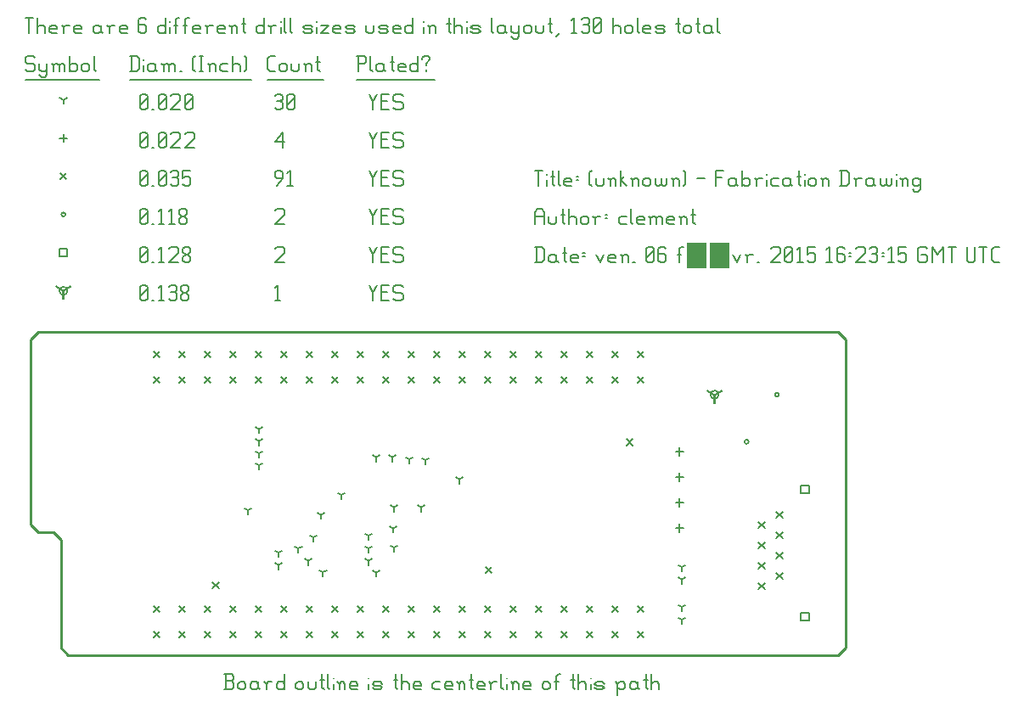
<source format=gbr>
G04 start of page 12 for group -3984 idx -3984 *
G04 Title: (unknown), fab *
G04 Creator: pcb 20140316 *
G04 CreationDate: ven. 06 févr. 2015 16:23:15 GMT UTC *
G04 For: clement *
G04 Format: Gerber/RS-274X *
G04 PCB-Dimensions (mil): 3287.40 1358.27 *
G04 PCB-Coordinate-Origin: lower left *
%MOIN*%
%FSLAX25Y25*%
%LNFAB*%
%ADD146C,0.0100*%
%ADD145C,0.0075*%
%ADD144C,0.0060*%
%ADD143C,0.0001*%
%ADD142R,0.0080X0.0080*%
G54D142*X270669Y106299D02*Y103099D01*
G54D143*G36*
X270123Y106446D02*X273589Y108446D01*
X273989Y107753D01*
X270523Y105753D01*
X270123Y106446D01*
G37*
G36*
X270816Y105753D02*X267350Y107753D01*
X267749Y108446D01*
X271216Y106446D01*
X270816Y105753D01*
G37*
G54D142*X269069Y106299D02*G75*G03X272269Y106299I1600J0D01*G01*
G75*G03X269069Y106299I-1600J0D01*G01*
X15000Y147077D02*Y143877D01*
G54D143*G36*
X14454Y147223D02*X17920Y149223D01*
X18320Y148530D01*
X14853Y146530D01*
X14454Y147223D01*
G37*
G36*
X15147Y146530D02*X11680Y148530D01*
X12080Y149223D01*
X15546Y147223D01*
X15147Y146530D01*
G37*
G54D142*X13400Y147077D02*G75*G03X16600Y147077I1600J0D01*G01*
G75*G03X13400Y147077I-1600J0D01*G01*
G54D144*X135000Y149327D02*X136500Y146327D01*
X138000Y149327D01*
X136500Y146327D02*Y143327D01*
X139800Y146627D02*X142050D01*
X139800Y143327D02*X142800D01*
X139800Y149327D02*Y143327D01*
Y149327D02*X142800D01*
X147600D02*X148350Y148577D01*
X145350Y149327D02*X147600D01*
X144600Y148577D02*X145350Y149327D01*
X144600Y148577D02*Y147077D01*
X145350Y146327D01*
X147600D01*
X148350Y145577D01*
Y144077D01*
X147600Y143327D02*X148350Y144077D01*
X145350Y143327D02*X147600D01*
X144600Y144077D02*X145350Y143327D01*
X98000Y148127D02*X99200Y149327D01*
Y143327D01*
X98000D02*X100250D01*
X45000Y144077D02*X45750Y143327D01*
X45000Y148577D02*Y144077D01*
Y148577D02*X45750Y149327D01*
X47250D01*
X48000Y148577D01*
Y144077D01*
X47250Y143327D02*X48000Y144077D01*
X45750Y143327D02*X47250D01*
X45000Y144827D02*X48000Y147827D01*
X49800Y143327D02*X50550D01*
X52350Y148127D02*X53550Y149327D01*
Y143327D01*
X52350D02*X54600D01*
X56400Y148577D02*X57150Y149327D01*
X58650D01*
X59400Y148577D01*
X58650Y143327D02*X59400Y144077D01*
X57150Y143327D02*X58650D01*
X56400Y144077D02*X57150Y143327D01*
Y146627D02*X58650D01*
X59400Y148577D02*Y147377D01*
Y145877D02*Y144077D01*
Y145877D02*X58650Y146627D01*
X59400Y147377D02*X58650Y146627D01*
X61200Y144077D02*X61950Y143327D01*
X61200Y145277D02*Y144077D01*
Y145277D02*X62250Y146327D01*
X63150D01*
X64200Y145277D01*
Y144077D01*
X63450Y143327D02*X64200Y144077D01*
X61950Y143327D02*X63450D01*
X61200Y147377D02*X62250Y146327D01*
X61200Y148577D02*Y147377D01*
Y148577D02*X61950Y149327D01*
X63450D01*
X64200Y148577D01*
Y147377D01*
X63150Y146327D02*X64200Y147377D01*
X304502Y20694D02*X307702D01*
X304502D02*Y17494D01*
X307702D01*
Y20694D02*Y17494D01*
X304502Y70694D02*X307702D01*
X304502D02*Y67494D01*
X307702D01*
Y70694D02*Y67494D01*
X13400Y163677D02*X16600D01*
X13400D02*Y160477D01*
X16600D01*
Y163677D02*Y160477D01*
X135000Y164327D02*X136500Y161327D01*
X138000Y164327D01*
X136500Y161327D02*Y158327D01*
X139800Y161627D02*X142050D01*
X139800Y158327D02*X142800D01*
X139800Y164327D02*Y158327D01*
Y164327D02*X142800D01*
X147600D02*X148350Y163577D01*
X145350Y164327D02*X147600D01*
X144600Y163577D02*X145350Y164327D01*
X144600Y163577D02*Y162077D01*
X145350Y161327D01*
X147600D01*
X148350Y160577D01*
Y159077D01*
X147600Y158327D02*X148350Y159077D01*
X145350Y158327D02*X147600D01*
X144600Y159077D02*X145350Y158327D01*
X98000Y163577D02*X98750Y164327D01*
X101000D01*
X101750Y163577D01*
Y162077D01*
X98000Y158327D02*X101750Y162077D01*
X98000Y158327D02*X101750D01*
X45000Y159077D02*X45750Y158327D01*
X45000Y163577D02*Y159077D01*
Y163577D02*X45750Y164327D01*
X47250D01*
X48000Y163577D01*
Y159077D01*
X47250Y158327D02*X48000Y159077D01*
X45750Y158327D02*X47250D01*
X45000Y159827D02*X48000Y162827D01*
X49800Y158327D02*X50550D01*
X52350Y163127D02*X53550Y164327D01*
Y158327D01*
X52350D02*X54600D01*
X56400Y163577D02*X57150Y164327D01*
X59400D01*
X60150Y163577D01*
Y162077D01*
X56400Y158327D02*X60150Y162077D01*
X56400Y158327D02*X60150D01*
X61950Y159077D02*X62700Y158327D01*
X61950Y160277D02*Y159077D01*
Y160277D02*X63000Y161327D01*
X63900D01*
X64950Y160277D01*
Y159077D01*
X64200Y158327D02*X64950Y159077D01*
X62700Y158327D02*X64200D01*
X61950Y162377D02*X63000Y161327D01*
X61950Y163577D02*Y162377D01*
Y163577D02*X62700Y164327D01*
X64200D01*
X64950Y163577D01*
Y162377D01*
X63900Y161327D02*X64950Y162377D01*
X282468Y87795D02*G75*G03X284068Y87795I800J0D01*G01*
G75*G03X282468Y87795I-800J0D01*G01*
X294279Y106299D02*G75*G03X295879Y106299I800J0D01*G01*
G75*G03X294279Y106299I-800J0D01*G01*
X14200Y177077D02*G75*G03X15800Y177077I800J0D01*G01*
G75*G03X14200Y177077I-800J0D01*G01*
X135000Y179327D02*X136500Y176327D01*
X138000Y179327D01*
X136500Y176327D02*Y173327D01*
X139800Y176627D02*X142050D01*
X139800Y173327D02*X142800D01*
X139800Y179327D02*Y173327D01*
Y179327D02*X142800D01*
X147600D02*X148350Y178577D01*
X145350Y179327D02*X147600D01*
X144600Y178577D02*X145350Y179327D01*
X144600Y178577D02*Y177077D01*
X145350Y176327D01*
X147600D01*
X148350Y175577D01*
Y174077D01*
X147600Y173327D02*X148350Y174077D01*
X145350Y173327D02*X147600D01*
X144600Y174077D02*X145350Y173327D01*
X98000Y178577D02*X98750Y179327D01*
X101000D01*
X101750Y178577D01*
Y177077D01*
X98000Y173327D02*X101750Y177077D01*
X98000Y173327D02*X101750D01*
X45000Y174077D02*X45750Y173327D01*
X45000Y178577D02*Y174077D01*
Y178577D02*X45750Y179327D01*
X47250D01*
X48000Y178577D01*
Y174077D01*
X47250Y173327D02*X48000Y174077D01*
X45750Y173327D02*X47250D01*
X45000Y174827D02*X48000Y177827D01*
X49800Y173327D02*X50550D01*
X52350Y178127D02*X53550Y179327D01*
Y173327D01*
X52350D02*X54600D01*
X56400Y178127D02*X57600Y179327D01*
Y173327D01*
X56400D02*X58650D01*
X60450Y174077D02*X61200Y173327D01*
X60450Y175277D02*Y174077D01*
Y175277D02*X61500Y176327D01*
X62400D01*
X63450Y175277D01*
Y174077D01*
X62700Y173327D02*X63450Y174077D01*
X61200Y173327D02*X62700D01*
X60450Y177377D02*X61500Y176327D01*
X60450Y178577D02*Y177377D01*
Y178577D02*X61200Y179327D01*
X62700D01*
X63450Y178577D01*
Y177377D01*
X62400Y176327D02*X63450Y177377D01*
X73603Y32696D02*X76003Y30296D01*
X73603D02*X76003Y32696D01*
X180887Y38602D02*X183287Y36202D01*
X180887D02*X183287Y38602D01*
X236005Y88798D02*X238405Y86398D01*
X236005D02*X238405Y88798D01*
X294902Y60294D02*X297302Y57894D01*
X294902D02*X297302Y60294D01*
X287894Y56279D02*X290294Y53879D01*
X287894D02*X290294Y56279D01*
X294902Y52263D02*X297302Y49863D01*
X294902D02*X297302Y52263D01*
X287894Y48247D02*X290294Y45847D01*
X287894D02*X290294Y48247D01*
X294902Y44231D02*X297302Y41831D01*
X294902D02*X297302Y44231D01*
X287894Y40216D02*X290294Y37816D01*
X287894D02*X290294Y40216D01*
X294902Y36200D02*X297302Y33800D01*
X294902D02*X297302Y36200D01*
X287894Y32184D02*X290294Y29784D01*
X287894D02*X290294Y32184D01*
X240375Y113405D02*X242775Y111005D01*
X240375D02*X242775Y113405D01*
X230375D02*X232775Y111005D01*
X230375D02*X232775Y113405D01*
X220375D02*X222775Y111005D01*
X220375D02*X222775Y113405D01*
X210375D02*X212775Y111005D01*
X210375D02*X212775Y113405D01*
X200375D02*X202775Y111005D01*
X200375D02*X202775Y113405D01*
X190375D02*X192775Y111005D01*
X190375D02*X192775Y113405D01*
X180375D02*X182775Y111005D01*
X180375D02*X182775Y113405D01*
X170375D02*X172775Y111005D01*
X170375D02*X172775Y113405D01*
X160375D02*X162775Y111005D01*
X160375D02*X162775Y113405D01*
X150375D02*X152775Y111005D01*
X150375D02*X152775Y113405D01*
X140375D02*X142775Y111005D01*
X140375D02*X142775Y113405D01*
X130375D02*X132775Y111005D01*
X130375D02*X132775Y113405D01*
X120375D02*X122775Y111005D01*
X120375D02*X122775Y113405D01*
X110375D02*X112775Y111005D01*
X110375D02*X112775Y113405D01*
X100375D02*X102775Y111005D01*
X100375D02*X102775Y113405D01*
X90375D02*X92775Y111005D01*
X90375D02*X92775Y113405D01*
X80375D02*X82775Y111005D01*
X80375D02*X82775Y113405D01*
X70375D02*X72775Y111005D01*
X70375D02*X72775Y113405D01*
X60375D02*X62775Y111005D01*
X60375D02*X62775Y113405D01*
X50375D02*X52775Y111005D01*
X50375D02*X52775Y113405D01*
X50375Y23405D02*X52775Y21005D01*
X50375D02*X52775Y23405D01*
X60375D02*X62775Y21005D01*
X60375D02*X62775Y23405D01*
X70375D02*X72775Y21005D01*
X70375D02*X72775Y23405D01*
X80375D02*X82775Y21005D01*
X80375D02*X82775Y23405D01*
X90375D02*X92775Y21005D01*
X90375D02*X92775Y23405D01*
X100375D02*X102775Y21005D01*
X100375D02*X102775Y23405D01*
X110375D02*X112775Y21005D01*
X110375D02*X112775Y23405D01*
X120375D02*X122775Y21005D01*
X120375D02*X122775Y23405D01*
X130375D02*X132775Y21005D01*
X130375D02*X132775Y23405D01*
X140375D02*X142775Y21005D01*
X140375D02*X142775Y23405D01*
X150375D02*X152775Y21005D01*
X150375D02*X152775Y23405D01*
X160375D02*X162775Y21005D01*
X160375D02*X162775Y23405D01*
X170375D02*X172775Y21005D01*
X170375D02*X172775Y23405D01*
X180375D02*X182775Y21005D01*
X180375D02*X182775Y23405D01*
X190375D02*X192775Y21005D01*
X190375D02*X192775Y23405D01*
X200375D02*X202775Y21005D01*
X200375D02*X202775Y23405D01*
X210375D02*X212775Y21005D01*
X210375D02*X212775Y23405D01*
X220375D02*X222775Y21005D01*
X220375D02*X222775Y23405D01*
X230375D02*X232775Y21005D01*
X230375D02*X232775Y23405D01*
X240375D02*X242775Y21005D01*
X240375D02*X242775Y23405D01*
X240375Y123405D02*X242775Y121005D01*
X240375D02*X242775Y123405D01*
X230375D02*X232775Y121005D01*
X230375D02*X232775Y123405D01*
X220375D02*X222775Y121005D01*
X220375D02*X222775Y123405D01*
X210375D02*X212775Y121005D01*
X210375D02*X212775Y123405D01*
X200375D02*X202775Y121005D01*
X200375D02*X202775Y123405D01*
X190375D02*X192775Y121005D01*
X190375D02*X192775Y123405D01*
X180375D02*X182775Y121005D01*
X180375D02*X182775Y123405D01*
X170375D02*X172775Y121005D01*
X170375D02*X172775Y123405D01*
X160375D02*X162775Y121005D01*
X160375D02*X162775Y123405D01*
X150375D02*X152775Y121005D01*
X150375D02*X152775Y123405D01*
X140375D02*X142775Y121005D01*
X140375D02*X142775Y123405D01*
X130375D02*X132775Y121005D01*
X130375D02*X132775Y123405D01*
X120375D02*X122775Y121005D01*
X120375D02*X122775Y123405D01*
X110375D02*X112775Y121005D01*
X110375D02*X112775Y123405D01*
X100375D02*X102775Y121005D01*
X100375D02*X102775Y123405D01*
X90375D02*X92775Y121005D01*
X90375D02*X92775Y123405D01*
X80375D02*X82775Y121005D01*
X80375D02*X82775Y123405D01*
X70375D02*X72775Y121005D01*
X70375D02*X72775Y123405D01*
X60375D02*X62775Y121005D01*
X60375D02*X62775Y123405D01*
X50375D02*X52775Y121005D01*
X50375D02*X52775Y123405D01*
X50375Y13405D02*X52775Y11005D01*
X50375D02*X52775Y13405D01*
X60375D02*X62775Y11005D01*
X60375D02*X62775Y13405D01*
X70375D02*X72775Y11005D01*
X70375D02*X72775Y13405D01*
X80375D02*X82775Y11005D01*
X80375D02*X82775Y13405D01*
X90375D02*X92775Y11005D01*
X90375D02*X92775Y13405D01*
X100375D02*X102775Y11005D01*
X100375D02*X102775Y13405D01*
X110375D02*X112775Y11005D01*
X110375D02*X112775Y13405D01*
X120375D02*X122775Y11005D01*
X120375D02*X122775Y13405D01*
X130375D02*X132775Y11005D01*
X130375D02*X132775Y13405D01*
X140375D02*X142775Y11005D01*
X140375D02*X142775Y13405D01*
X150375D02*X152775Y11005D01*
X150375D02*X152775Y13405D01*
X160375D02*X162775Y11005D01*
X160375D02*X162775Y13405D01*
X170375D02*X172775Y11005D01*
X170375D02*X172775Y13405D01*
X180375D02*X182775Y11005D01*
X180375D02*X182775Y13405D01*
X190375D02*X192775Y11005D01*
X190375D02*X192775Y13405D01*
X200375D02*X202775Y11005D01*
X200375D02*X202775Y13405D01*
X210375D02*X212775Y11005D01*
X210375D02*X212775Y13405D01*
X220375D02*X222775Y11005D01*
X220375D02*X222775Y13405D01*
X230375D02*X232775Y11005D01*
X230375D02*X232775Y13405D01*
X240375D02*X242775Y11005D01*
X240375D02*X242775Y13405D01*
X13800Y193277D02*X16200Y190877D01*
X13800D02*X16200Y193277D01*
X135000Y194327D02*X136500Y191327D01*
X138000Y194327D01*
X136500Y191327D02*Y188327D01*
X139800Y191627D02*X142050D01*
X139800Y188327D02*X142800D01*
X139800Y194327D02*Y188327D01*
Y194327D02*X142800D01*
X147600D02*X148350Y193577D01*
X145350Y194327D02*X147600D01*
X144600Y193577D02*X145350Y194327D01*
X144600Y193577D02*Y192077D01*
X145350Y191327D01*
X147600D01*
X148350Y190577D01*
Y189077D01*
X147600Y188327D02*X148350Y189077D01*
X145350Y188327D02*X147600D01*
X144600Y189077D02*X145350Y188327D01*
X98750D02*X101000Y191327D01*
Y193577D02*Y191327D01*
X100250Y194327D02*X101000Y193577D01*
X98750Y194327D02*X100250D01*
X98000Y193577D02*X98750Y194327D01*
X98000Y193577D02*Y192077D01*
X98750Y191327D01*
X101000D01*
X102800Y193127D02*X104000Y194327D01*
Y188327D01*
X102800D02*X105050D01*
X45000Y189077D02*X45750Y188327D01*
X45000Y193577D02*Y189077D01*
Y193577D02*X45750Y194327D01*
X47250D01*
X48000Y193577D01*
Y189077D01*
X47250Y188327D02*X48000Y189077D01*
X45750Y188327D02*X47250D01*
X45000Y189827D02*X48000Y192827D01*
X49800Y188327D02*X50550D01*
X52350Y189077D02*X53100Y188327D01*
X52350Y193577D02*Y189077D01*
Y193577D02*X53100Y194327D01*
X54600D01*
X55350Y193577D01*
Y189077D01*
X54600Y188327D02*X55350Y189077D01*
X53100Y188327D02*X54600D01*
X52350Y189827D02*X55350Y192827D01*
X57150Y193577D02*X57900Y194327D01*
X59400D01*
X60150Y193577D01*
X59400Y188327D02*X60150Y189077D01*
X57900Y188327D02*X59400D01*
X57150Y189077D02*X57900Y188327D01*
Y191627D02*X59400D01*
X60150Y193577D02*Y192377D01*
Y190877D02*Y189077D01*
Y190877D02*X59400Y191627D01*
X60150Y192377D02*X59400Y191627D01*
X61950Y194327D02*X64950D01*
X61950D02*Y191327D01*
X62700Y192077D01*
X64200D01*
X64950Y191327D01*
Y189077D01*
X64200Y188327D02*X64950Y189077D01*
X62700Y188327D02*X64200D01*
X61950Y189077D02*X62700Y188327D01*
X256890Y55498D02*Y52298D01*
X255290Y53898D02*X258490D01*
X256890Y65498D02*Y62298D01*
X255290Y63898D02*X258490D01*
X256890Y75498D02*Y72298D01*
X255290Y73898D02*X258490D01*
X256890Y85498D02*Y82298D01*
X255290Y83898D02*X258490D01*
X15000Y208677D02*Y205477D01*
X13400Y207077D02*X16600D01*
X135000Y209327D02*X136500Y206327D01*
X138000Y209327D01*
X136500Y206327D02*Y203327D01*
X139800Y206627D02*X142050D01*
X139800Y203327D02*X142800D01*
X139800Y209327D02*Y203327D01*
Y209327D02*X142800D01*
X147600D02*X148350Y208577D01*
X145350Y209327D02*X147600D01*
X144600Y208577D02*X145350Y209327D01*
X144600Y208577D02*Y207077D01*
X145350Y206327D01*
X147600D01*
X148350Y205577D01*
Y204077D01*
X147600Y203327D02*X148350Y204077D01*
X145350Y203327D02*X147600D01*
X144600Y204077D02*X145350Y203327D01*
X98000Y205577D02*X101000Y209327D01*
X98000Y205577D02*X101750D01*
X101000Y209327D02*Y203327D01*
X45000Y204077D02*X45750Y203327D01*
X45000Y208577D02*Y204077D01*
Y208577D02*X45750Y209327D01*
X47250D01*
X48000Y208577D01*
Y204077D01*
X47250Y203327D02*X48000Y204077D01*
X45750Y203327D02*X47250D01*
X45000Y204827D02*X48000Y207827D01*
X49800Y203327D02*X50550D01*
X52350Y204077D02*X53100Y203327D01*
X52350Y208577D02*Y204077D01*
Y208577D02*X53100Y209327D01*
X54600D01*
X55350Y208577D01*
Y204077D01*
X54600Y203327D02*X55350Y204077D01*
X53100Y203327D02*X54600D01*
X52350Y204827D02*X55350Y207827D01*
X57150Y208577D02*X57900Y209327D01*
X60150D01*
X60900Y208577D01*
Y207077D01*
X57150Y203327D02*X60900Y207077D01*
X57150Y203327D02*X60900D01*
X62700Y208577D02*X63450Y209327D01*
X65700D01*
X66450Y208577D01*
Y207077D01*
X62700Y203327D02*X66450Y207077D01*
X62700Y203327D02*X66450D01*
X144488Y53740D02*Y52140D01*
Y53740D02*X145875Y54540D01*
X144488Y53740D02*X143102Y54540D01*
X137795Y36417D02*Y34817D01*
Y36417D02*X139182Y37217D01*
X137795Y36417D02*X136409Y37217D01*
X87402Y60827D02*Y59227D01*
Y60827D02*X88788Y61627D01*
X87402Y60827D02*X86015Y61627D01*
X91732Y78543D02*Y76943D01*
Y78543D02*X93119Y79343D01*
X91732Y78543D02*X90346Y79343D01*
X91732Y83268D02*Y81668D01*
Y83268D02*X93119Y84068D01*
X91732Y83268D02*X90346Y84068D01*
X137795Y81693D02*Y80093D01*
Y81693D02*X139182Y82493D01*
X137795Y81693D02*X136409Y82493D01*
X157087Y80512D02*Y78912D01*
Y80512D02*X158473Y81312D01*
X157087Y80512D02*X155700Y81312D01*
X144094Y81693D02*Y80093D01*
Y81693D02*X145481Y82493D01*
X144094Y81693D02*X142708Y82493D01*
X91732Y92717D02*Y91117D01*
Y92717D02*X93119Y93517D01*
X91732Y92717D02*X90346Y93517D01*
X91732Y87992D02*Y86392D01*
Y87992D02*X93119Y88792D01*
X91732Y87992D02*X90346Y88792D01*
X150787Y80906D02*Y79306D01*
Y80906D02*X152174Y81706D01*
X150787Y80906D02*X149401Y81706D01*
X257874Y38583D02*Y36983D01*
Y38583D02*X259261Y39383D01*
X257874Y38583D02*X256487Y39383D01*
X257874Y33661D02*Y32061D01*
Y33661D02*X259261Y34461D01*
X257874Y33661D02*X256487Y34461D01*
X257874Y22835D02*Y21235D01*
Y22835D02*X259261Y23635D01*
X257874Y22835D02*X256487Y23635D01*
X257874Y17913D02*Y16313D01*
Y17913D02*X259261Y18713D01*
X257874Y17913D02*X256487Y18713D01*
X124016Y66929D02*Y65329D01*
Y66929D02*X125402Y67729D01*
X124016Y66929D02*X122629Y67729D01*
X99409Y44291D02*Y42691D01*
Y44291D02*X100796Y45091D01*
X99409Y44291D02*X98023Y45091D01*
X99409Y39370D02*Y37770D01*
Y39370D02*X100796Y40170D01*
X99409Y39370D02*X98023Y40170D01*
X144685Y62008D02*Y60408D01*
Y62008D02*X146072Y62808D01*
X144685Y62008D02*X143298Y62808D01*
X170472Y73031D02*Y71431D01*
Y73031D02*X171859Y73831D01*
X170472Y73031D02*X169086Y73831D01*
X155512Y62008D02*Y60408D01*
Y62008D02*X156898Y62808D01*
X155512Y62008D02*X154125Y62808D01*
X144685Y46260D02*Y44660D01*
Y46260D02*X146072Y47060D01*
X144685Y46260D02*X143298Y47060D01*
X134843Y50886D02*Y49286D01*
Y50886D02*X136229Y51686D01*
X134843Y50886D02*X133456Y51686D01*
X134843Y45965D02*Y44365D01*
Y45965D02*X136229Y46765D01*
X134843Y45965D02*X133456Y46765D01*
X134843Y41043D02*Y39443D01*
Y41043D02*X136229Y41843D01*
X134843Y41043D02*X133456Y41843D01*
X111220Y41043D02*Y39443D01*
Y41043D02*X112607Y41843D01*
X111220Y41043D02*X109834Y41843D01*
X107283Y45965D02*Y44365D01*
Y45965D02*X108670Y46765D01*
X107283Y45965D02*X105897Y46765D01*
X116142Y59055D02*Y57455D01*
Y59055D02*X117528Y59855D01*
X116142Y59055D02*X114755Y59855D01*
X113189Y50197D02*Y48597D01*
Y50197D02*X114576Y50997D01*
X113189Y50197D02*X111802Y50997D01*
X116929Y36614D02*Y35014D01*
Y36614D02*X118316Y37414D01*
X116929Y36614D02*X115542Y37414D01*
X15000Y222077D02*Y220477D01*
Y222077D02*X16387Y222877D01*
X15000Y222077D02*X13613Y222877D01*
X135000Y224327D02*X136500Y221327D01*
X138000Y224327D01*
X136500Y221327D02*Y218327D01*
X139800Y221627D02*X142050D01*
X139800Y218327D02*X142800D01*
X139800Y224327D02*Y218327D01*
Y224327D02*X142800D01*
X147600D02*X148350Y223577D01*
X145350Y224327D02*X147600D01*
X144600Y223577D02*X145350Y224327D01*
X144600Y223577D02*Y222077D01*
X145350Y221327D01*
X147600D01*
X148350Y220577D01*
Y219077D01*
X147600Y218327D02*X148350Y219077D01*
X145350Y218327D02*X147600D01*
X144600Y219077D02*X145350Y218327D01*
X98000Y223577D02*X98750Y224327D01*
X100250D01*
X101000Y223577D01*
X100250Y218327D02*X101000Y219077D01*
X98750Y218327D02*X100250D01*
X98000Y219077D02*X98750Y218327D01*
Y221627D02*X100250D01*
X101000Y223577D02*Y222377D01*
Y220877D02*Y219077D01*
Y220877D02*X100250Y221627D01*
X101000Y222377D02*X100250Y221627D01*
X102800Y219077D02*X103550Y218327D01*
X102800Y223577D02*Y219077D01*
Y223577D02*X103550Y224327D01*
X105050D01*
X105800Y223577D01*
Y219077D01*
X105050Y218327D02*X105800Y219077D01*
X103550Y218327D02*X105050D01*
X102800Y219827D02*X105800Y222827D01*
X45000Y219077D02*X45750Y218327D01*
X45000Y223577D02*Y219077D01*
Y223577D02*X45750Y224327D01*
X47250D01*
X48000Y223577D01*
Y219077D01*
X47250Y218327D02*X48000Y219077D01*
X45750Y218327D02*X47250D01*
X45000Y219827D02*X48000Y222827D01*
X49800Y218327D02*X50550D01*
X52350Y219077D02*X53100Y218327D01*
X52350Y223577D02*Y219077D01*
Y223577D02*X53100Y224327D01*
X54600D01*
X55350Y223577D01*
Y219077D01*
X54600Y218327D02*X55350Y219077D01*
X53100Y218327D02*X54600D01*
X52350Y219827D02*X55350Y222827D01*
X57150Y223577D02*X57900Y224327D01*
X60150D01*
X60900Y223577D01*
Y222077D01*
X57150Y218327D02*X60900Y222077D01*
X57150Y218327D02*X60900D01*
X62700Y219077D02*X63450Y218327D01*
X62700Y223577D02*Y219077D01*
Y223577D02*X63450Y224327D01*
X64950D01*
X65700Y223577D01*
Y219077D01*
X64950Y218327D02*X65700Y219077D01*
X63450Y218327D02*X64950D01*
X62700Y219827D02*X65700Y222827D01*
X3000Y239327D02*X3750Y238577D01*
X750Y239327D02*X3000D01*
X0Y238577D02*X750Y239327D01*
X0Y238577D02*Y237077D01*
X750Y236327D01*
X3000D01*
X3750Y235577D01*
Y234077D01*
X3000Y233327D02*X3750Y234077D01*
X750Y233327D02*X3000D01*
X0Y234077D02*X750Y233327D01*
X5550Y236327D02*Y234077D01*
X6300Y233327D01*
X8550Y236327D02*Y231827D01*
X7800Y231077D02*X8550Y231827D01*
X6300Y231077D02*X7800D01*
X5550Y231827D02*X6300Y231077D01*
Y233327D02*X7800D01*
X8550Y234077D01*
X11100Y235577D02*Y233327D01*
Y235577D02*X11850Y236327D01*
X12600D01*
X13350Y235577D01*
Y233327D01*
Y235577D02*X14100Y236327D01*
X14850D01*
X15600Y235577D01*
Y233327D01*
X10350Y236327D02*X11100Y235577D01*
X17400Y239327D02*Y233327D01*
Y234077D02*X18150Y233327D01*
X19650D01*
X20400Y234077D01*
Y235577D02*Y234077D01*
X19650Y236327D02*X20400Y235577D01*
X18150Y236327D02*X19650D01*
X17400Y235577D02*X18150Y236327D01*
X22200Y235577D02*Y234077D01*
Y235577D02*X22950Y236327D01*
X24450D01*
X25200Y235577D01*
Y234077D01*
X24450Y233327D02*X25200Y234077D01*
X22950Y233327D02*X24450D01*
X22200Y234077D02*X22950Y233327D01*
X27000Y239327D02*Y234077D01*
X27750Y233327D01*
X0Y230077D02*X29250D01*
X41750Y239327D02*Y233327D01*
X43700Y239327D02*X44750Y238277D01*
Y234377D01*
X43700Y233327D02*X44750Y234377D01*
X41000Y233327D02*X43700D01*
X41000Y239327D02*X43700D01*
G54D145*X46550Y237827D02*Y237677D01*
G54D144*Y235577D02*Y233327D01*
X50300Y236327D02*X51050Y235577D01*
X48800Y236327D02*X50300D01*
X48050Y235577D02*X48800Y236327D01*
X48050Y235577D02*Y234077D01*
X48800Y233327D01*
X51050Y236327D02*Y234077D01*
X51800Y233327D01*
X48800D02*X50300D01*
X51050Y234077D01*
X54350Y235577D02*Y233327D01*
Y235577D02*X55100Y236327D01*
X55850D01*
X56600Y235577D01*
Y233327D01*
Y235577D02*X57350Y236327D01*
X58100D01*
X58850Y235577D01*
Y233327D01*
X53600Y236327D02*X54350Y235577D01*
X60650Y233327D02*X61400D01*
X65900Y234077D02*X66650Y233327D01*
X65900Y238577D02*X66650Y239327D01*
X65900Y238577D02*Y234077D01*
X68450Y239327D02*X69950D01*
X69200D02*Y233327D01*
X68450D02*X69950D01*
X72500Y235577D02*Y233327D01*
Y235577D02*X73250Y236327D01*
X74000D01*
X74750Y235577D01*
Y233327D01*
X71750Y236327D02*X72500Y235577D01*
X77300Y236327D02*X79550D01*
X76550Y235577D02*X77300Y236327D01*
X76550Y235577D02*Y234077D01*
X77300Y233327D01*
X79550D01*
X81350Y239327D02*Y233327D01*
Y235577D02*X82100Y236327D01*
X83600D01*
X84350Y235577D01*
Y233327D01*
X86150Y239327D02*X86900Y238577D01*
Y234077D01*
X86150Y233327D02*X86900Y234077D01*
X41000Y230077D02*X88700D01*
X96050Y233327D02*X98000D01*
X95000Y234377D02*X96050Y233327D01*
X95000Y238277D02*Y234377D01*
Y238277D02*X96050Y239327D01*
X98000D01*
X99800Y235577D02*Y234077D01*
Y235577D02*X100550Y236327D01*
X102050D01*
X102800Y235577D01*
Y234077D01*
X102050Y233327D02*X102800Y234077D01*
X100550Y233327D02*X102050D01*
X99800Y234077D02*X100550Y233327D01*
X104600Y236327D02*Y234077D01*
X105350Y233327D01*
X106850D01*
X107600Y234077D01*
Y236327D02*Y234077D01*
X110150Y235577D02*Y233327D01*
Y235577D02*X110900Y236327D01*
X111650D01*
X112400Y235577D01*
Y233327D01*
X109400Y236327D02*X110150Y235577D01*
X114950Y239327D02*Y234077D01*
X115700Y233327D01*
X114200Y237077D02*X115700D01*
X95000Y230077D02*X117200D01*
X130750Y239327D02*Y233327D01*
X130000Y239327D02*X133000D01*
X133750Y238577D01*
Y237077D01*
X133000Y236327D02*X133750Y237077D01*
X130750Y236327D02*X133000D01*
X135550Y239327D02*Y234077D01*
X136300Y233327D01*
X140050Y236327D02*X140800Y235577D01*
X138550Y236327D02*X140050D01*
X137800Y235577D02*X138550Y236327D01*
X137800Y235577D02*Y234077D01*
X138550Y233327D01*
X140800Y236327D02*Y234077D01*
X141550Y233327D01*
X138550D02*X140050D01*
X140800Y234077D01*
X144100Y239327D02*Y234077D01*
X144850Y233327D01*
X143350Y237077D02*X144850D01*
X147100Y233327D02*X149350D01*
X146350Y234077D02*X147100Y233327D01*
X146350Y235577D02*Y234077D01*
Y235577D02*X147100Y236327D01*
X148600D01*
X149350Y235577D01*
X146350Y234827D02*X149350D01*
Y235577D02*Y234827D01*
X154150Y239327D02*Y233327D01*
X153400D02*X154150Y234077D01*
X151900Y233327D02*X153400D01*
X151150Y234077D02*X151900Y233327D01*
X151150Y235577D02*Y234077D01*
Y235577D02*X151900Y236327D01*
X153400D01*
X154150Y235577D01*
X157450Y236327D02*Y235577D01*
Y234077D02*Y233327D01*
X155950Y238577D02*Y237827D01*
Y238577D02*X156700Y239327D01*
X158200D01*
X158950Y238577D01*
Y237827D01*
X157450Y236327D02*X158950Y237827D01*
X130000Y230077D02*X160750D01*
X0Y254327D02*X3000D01*
X1500D02*Y248327D01*
X4800Y254327D02*Y248327D01*
Y250577D02*X5550Y251327D01*
X7050D01*
X7800Y250577D01*
Y248327D01*
X10350D02*X12600D01*
X9600Y249077D02*X10350Y248327D01*
X9600Y250577D02*Y249077D01*
Y250577D02*X10350Y251327D01*
X11850D01*
X12600Y250577D01*
X9600Y249827D02*X12600D01*
Y250577D02*Y249827D01*
X15150Y250577D02*Y248327D01*
Y250577D02*X15900Y251327D01*
X17400D01*
X14400D02*X15150Y250577D01*
X19950Y248327D02*X22200D01*
X19200Y249077D02*X19950Y248327D01*
X19200Y250577D02*Y249077D01*
Y250577D02*X19950Y251327D01*
X21450D01*
X22200Y250577D01*
X19200Y249827D02*X22200D01*
Y250577D02*Y249827D01*
X28950Y251327D02*X29700Y250577D01*
X27450Y251327D02*X28950D01*
X26700Y250577D02*X27450Y251327D01*
X26700Y250577D02*Y249077D01*
X27450Y248327D01*
X29700Y251327D02*Y249077D01*
X30450Y248327D01*
X27450D02*X28950D01*
X29700Y249077D01*
X33000Y250577D02*Y248327D01*
Y250577D02*X33750Y251327D01*
X35250D01*
X32250D02*X33000Y250577D01*
X37800Y248327D02*X40050D01*
X37050Y249077D02*X37800Y248327D01*
X37050Y250577D02*Y249077D01*
Y250577D02*X37800Y251327D01*
X39300D01*
X40050Y250577D01*
X37050Y249827D02*X40050D01*
Y250577D02*Y249827D01*
X46800Y254327D02*X47550Y253577D01*
X45300Y254327D02*X46800D01*
X44550Y253577D02*X45300Y254327D01*
X44550Y253577D02*Y249077D01*
X45300Y248327D01*
X46800Y251627D02*X47550Y250877D01*
X44550Y251627D02*X46800D01*
X45300Y248327D02*X46800D01*
X47550Y249077D01*
Y250877D02*Y249077D01*
X55050Y254327D02*Y248327D01*
X54300D02*X55050Y249077D01*
X52800Y248327D02*X54300D01*
X52050Y249077D02*X52800Y248327D01*
X52050Y250577D02*Y249077D01*
Y250577D02*X52800Y251327D01*
X54300D01*
X55050Y250577D01*
G54D145*X56850Y252827D02*Y252677D01*
G54D144*Y250577D02*Y248327D01*
X59100Y253577D02*Y248327D01*
Y253577D02*X59850Y254327D01*
X60600D01*
X58350Y251327D02*X59850D01*
X62850Y253577D02*Y248327D01*
Y253577D02*X63600Y254327D01*
X64350D01*
X62100Y251327D02*X63600D01*
X66600Y248327D02*X68850D01*
X65850Y249077D02*X66600Y248327D01*
X65850Y250577D02*Y249077D01*
Y250577D02*X66600Y251327D01*
X68100D01*
X68850Y250577D01*
X65850Y249827D02*X68850D01*
Y250577D02*Y249827D01*
X71400Y250577D02*Y248327D01*
Y250577D02*X72150Y251327D01*
X73650D01*
X70650D02*X71400Y250577D01*
X76200Y248327D02*X78450D01*
X75450Y249077D02*X76200Y248327D01*
X75450Y250577D02*Y249077D01*
Y250577D02*X76200Y251327D01*
X77700D01*
X78450Y250577D01*
X75450Y249827D02*X78450D01*
Y250577D02*Y249827D01*
X81000Y250577D02*Y248327D01*
Y250577D02*X81750Y251327D01*
X82500D01*
X83250Y250577D01*
Y248327D01*
X80250Y251327D02*X81000Y250577D01*
X85800Y254327D02*Y249077D01*
X86550Y248327D01*
X85050Y252077D02*X86550D01*
X93750Y254327D02*Y248327D01*
X93000D02*X93750Y249077D01*
X91500Y248327D02*X93000D01*
X90750Y249077D02*X91500Y248327D01*
X90750Y250577D02*Y249077D01*
Y250577D02*X91500Y251327D01*
X93000D01*
X93750Y250577D01*
X96300D02*Y248327D01*
Y250577D02*X97050Y251327D01*
X98550D01*
X95550D02*X96300Y250577D01*
G54D145*X100350Y252827D02*Y252677D01*
G54D144*Y250577D02*Y248327D01*
X101850Y254327D02*Y249077D01*
X102600Y248327D01*
X104100Y254327D02*Y249077D01*
X104850Y248327D01*
X109800D02*X112050D01*
X112800Y249077D01*
X112050Y249827D02*X112800Y249077D01*
X109800Y249827D02*X112050D01*
X109050Y250577D02*X109800Y249827D01*
X109050Y250577D02*X109800Y251327D01*
X112050D01*
X112800Y250577D01*
X109050Y249077D02*X109800Y248327D01*
G54D145*X114600Y252827D02*Y252677D01*
G54D144*Y250577D02*Y248327D01*
X116100Y251327D02*X119100D01*
X116100Y248327D02*X119100Y251327D01*
X116100Y248327D02*X119100D01*
X121650D02*X123900D01*
X120900Y249077D02*X121650Y248327D01*
X120900Y250577D02*Y249077D01*
Y250577D02*X121650Y251327D01*
X123150D01*
X123900Y250577D01*
X120900Y249827D02*X123900D01*
Y250577D02*Y249827D01*
X126450Y248327D02*X128700D01*
X129450Y249077D01*
X128700Y249827D02*X129450Y249077D01*
X126450Y249827D02*X128700D01*
X125700Y250577D02*X126450Y249827D01*
X125700Y250577D02*X126450Y251327D01*
X128700D01*
X129450Y250577D01*
X125700Y249077D02*X126450Y248327D01*
X133950Y251327D02*Y249077D01*
X134700Y248327D01*
X136200D01*
X136950Y249077D01*
Y251327D02*Y249077D01*
X139500Y248327D02*X141750D01*
X142500Y249077D01*
X141750Y249827D02*X142500Y249077D01*
X139500Y249827D02*X141750D01*
X138750Y250577D02*X139500Y249827D01*
X138750Y250577D02*X139500Y251327D01*
X141750D01*
X142500Y250577D01*
X138750Y249077D02*X139500Y248327D01*
X145050D02*X147300D01*
X144300Y249077D02*X145050Y248327D01*
X144300Y250577D02*Y249077D01*
Y250577D02*X145050Y251327D01*
X146550D01*
X147300Y250577D01*
X144300Y249827D02*X147300D01*
Y250577D02*Y249827D01*
X152100Y254327D02*Y248327D01*
X151350D02*X152100Y249077D01*
X149850Y248327D02*X151350D01*
X149100Y249077D02*X149850Y248327D01*
X149100Y250577D02*Y249077D01*
Y250577D02*X149850Y251327D01*
X151350D01*
X152100Y250577D01*
G54D145*X156600Y252827D02*Y252677D01*
G54D144*Y250577D02*Y248327D01*
X158850Y250577D02*Y248327D01*
Y250577D02*X159600Y251327D01*
X160350D01*
X161100Y250577D01*
Y248327D01*
X158100Y251327D02*X158850Y250577D01*
X166350Y254327D02*Y249077D01*
X167100Y248327D01*
X165600Y252077D02*X167100D01*
X168600Y254327D02*Y248327D01*
Y250577D02*X169350Y251327D01*
X170850D01*
X171600Y250577D01*
Y248327D01*
G54D145*X173400Y252827D02*Y252677D01*
G54D144*Y250577D02*Y248327D01*
X175650D02*X177900D01*
X178650Y249077D01*
X177900Y249827D02*X178650Y249077D01*
X175650Y249827D02*X177900D01*
X174900Y250577D02*X175650Y249827D01*
X174900Y250577D02*X175650Y251327D01*
X177900D01*
X178650Y250577D01*
X174900Y249077D02*X175650Y248327D01*
X183150Y254327D02*Y249077D01*
X183900Y248327D01*
X187650Y251327D02*X188400Y250577D01*
X186150Y251327D02*X187650D01*
X185400Y250577D02*X186150Y251327D01*
X185400Y250577D02*Y249077D01*
X186150Y248327D01*
X188400Y251327D02*Y249077D01*
X189150Y248327D01*
X186150D02*X187650D01*
X188400Y249077D01*
X190950Y251327D02*Y249077D01*
X191700Y248327D01*
X193950Y251327D02*Y246827D01*
X193200Y246077D02*X193950Y246827D01*
X191700Y246077D02*X193200D01*
X190950Y246827D02*X191700Y246077D01*
Y248327D02*X193200D01*
X193950Y249077D01*
X195750Y250577D02*Y249077D01*
Y250577D02*X196500Y251327D01*
X198000D01*
X198750Y250577D01*
Y249077D01*
X198000Y248327D02*X198750Y249077D01*
X196500Y248327D02*X198000D01*
X195750Y249077D02*X196500Y248327D01*
X200550Y251327D02*Y249077D01*
X201300Y248327D01*
X202800D01*
X203550Y249077D01*
Y251327D02*Y249077D01*
X206100Y254327D02*Y249077D01*
X206850Y248327D01*
X205350Y252077D02*X206850D01*
X208350Y246827D02*X209850Y248327D01*
X214350Y253127D02*X215550Y254327D01*
Y248327D01*
X214350D02*X216600D01*
X218400Y253577D02*X219150Y254327D01*
X220650D01*
X221400Y253577D01*
X220650Y248327D02*X221400Y249077D01*
X219150Y248327D02*X220650D01*
X218400Y249077D02*X219150Y248327D01*
Y251627D02*X220650D01*
X221400Y253577D02*Y252377D01*
Y250877D02*Y249077D01*
Y250877D02*X220650Y251627D01*
X221400Y252377D02*X220650Y251627D01*
X223200Y249077D02*X223950Y248327D01*
X223200Y253577D02*Y249077D01*
Y253577D02*X223950Y254327D01*
X225450D01*
X226200Y253577D01*
Y249077D01*
X225450Y248327D02*X226200Y249077D01*
X223950Y248327D02*X225450D01*
X223200Y249827D02*X226200Y252827D01*
X230700Y254327D02*Y248327D01*
Y250577D02*X231450Y251327D01*
X232950D01*
X233700Y250577D01*
Y248327D01*
X235500Y250577D02*Y249077D01*
Y250577D02*X236250Y251327D01*
X237750D01*
X238500Y250577D01*
Y249077D01*
X237750Y248327D02*X238500Y249077D01*
X236250Y248327D02*X237750D01*
X235500Y249077D02*X236250Y248327D01*
X240300Y254327D02*Y249077D01*
X241050Y248327D01*
X243300D02*X245550D01*
X242550Y249077D02*X243300Y248327D01*
X242550Y250577D02*Y249077D01*
Y250577D02*X243300Y251327D01*
X244800D01*
X245550Y250577D01*
X242550Y249827D02*X245550D01*
Y250577D02*Y249827D01*
X248100Y248327D02*X250350D01*
X251100Y249077D01*
X250350Y249827D02*X251100Y249077D01*
X248100Y249827D02*X250350D01*
X247350Y250577D02*X248100Y249827D01*
X247350Y250577D02*X248100Y251327D01*
X250350D01*
X251100Y250577D01*
X247350Y249077D02*X248100Y248327D01*
X256350Y254327D02*Y249077D01*
X257100Y248327D01*
X255600Y252077D02*X257100D01*
X258600Y250577D02*Y249077D01*
Y250577D02*X259350Y251327D01*
X260850D01*
X261600Y250577D01*
Y249077D01*
X260850Y248327D02*X261600Y249077D01*
X259350Y248327D02*X260850D01*
X258600Y249077D02*X259350Y248327D01*
X264150Y254327D02*Y249077D01*
X264900Y248327D01*
X263400Y252077D02*X264900D01*
X268650Y251327D02*X269400Y250577D01*
X267150Y251327D02*X268650D01*
X266400Y250577D02*X267150Y251327D01*
X266400Y250577D02*Y249077D01*
X267150Y248327D01*
X269400Y251327D02*Y249077D01*
X270150Y248327D01*
X267150D02*X268650D01*
X269400Y249077D01*
X271950Y254327D02*Y249077D01*
X272700Y248327D01*
G54D146*X319094Y3937D02*X16929D01*
X13976Y6890D01*
Y49213D01*
X5118Y52165D02*X2165Y55118D01*
X11024Y52165D02*X5118D01*
X13976Y49213D02*X11024Y52165D01*
X322047Y6890D02*X319094Y3937D01*
X322047Y127953D02*Y6890D01*
X319094Y130906D02*X322047Y127953D01*
X5118Y130906D02*X319094D01*
X2165Y127953D02*X5118Y130906D01*
X2165Y55118D02*Y127953D01*
G54D144*X78045Y-9500D02*X81045D01*
X81795Y-8750D01*
Y-6950D02*Y-8750D01*
X81045Y-6200D02*X81795Y-6950D01*
X78795Y-6200D02*X81045D01*
X78795Y-3500D02*Y-9500D01*
X78045Y-3500D02*X81045D01*
X81795Y-4250D01*
Y-5450D01*
X81045Y-6200D02*X81795Y-5450D01*
X83595Y-7250D02*Y-8750D01*
Y-7250D02*X84345Y-6500D01*
X85845D01*
X86595Y-7250D01*
Y-8750D01*
X85845Y-9500D02*X86595Y-8750D01*
X84345Y-9500D02*X85845D01*
X83595Y-8750D02*X84345Y-9500D01*
X90645Y-6500D02*X91395Y-7250D01*
X89145Y-6500D02*X90645D01*
X88395Y-7250D02*X89145Y-6500D01*
X88395Y-7250D02*Y-8750D01*
X89145Y-9500D01*
X91395Y-6500D02*Y-8750D01*
X92145Y-9500D01*
X89145D02*X90645D01*
X91395Y-8750D01*
X94695Y-7250D02*Y-9500D01*
Y-7250D02*X95445Y-6500D01*
X96945D01*
X93945D02*X94695Y-7250D01*
X101745Y-3500D02*Y-9500D01*
X100995D02*X101745Y-8750D01*
X99495Y-9500D02*X100995D01*
X98745Y-8750D02*X99495Y-9500D01*
X98745Y-7250D02*Y-8750D01*
Y-7250D02*X99495Y-6500D01*
X100995D01*
X101745Y-7250D01*
X106245D02*Y-8750D01*
Y-7250D02*X106995Y-6500D01*
X108495D01*
X109245Y-7250D01*
Y-8750D01*
X108495Y-9500D02*X109245Y-8750D01*
X106995Y-9500D02*X108495D01*
X106245Y-8750D02*X106995Y-9500D01*
X111045Y-6500D02*Y-8750D01*
X111795Y-9500D01*
X113295D01*
X114045Y-8750D01*
Y-6500D02*Y-8750D01*
X116595Y-3500D02*Y-8750D01*
X117345Y-9500D01*
X115845Y-5750D02*X117345D01*
X118845Y-3500D02*Y-8750D01*
X119595Y-9500D01*
G54D145*X121095Y-5000D02*Y-5150D01*
G54D144*Y-7250D02*Y-9500D01*
X123345Y-7250D02*Y-9500D01*
Y-7250D02*X124095Y-6500D01*
X124845D01*
X125595Y-7250D01*
Y-9500D01*
X122595Y-6500D02*X123345Y-7250D01*
X128145Y-9500D02*X130395D01*
X127395Y-8750D02*X128145Y-9500D01*
X127395Y-7250D02*Y-8750D01*
Y-7250D02*X128145Y-6500D01*
X129645D01*
X130395Y-7250D01*
X127395Y-8000D02*X130395D01*
Y-7250D02*Y-8000D01*
G54D145*X134895Y-5000D02*Y-5150D01*
G54D144*Y-7250D02*Y-9500D01*
X137145D02*X139395D01*
X140145Y-8750D01*
X139395Y-8000D02*X140145Y-8750D01*
X137145Y-8000D02*X139395D01*
X136395Y-7250D02*X137145Y-8000D01*
X136395Y-7250D02*X137145Y-6500D01*
X139395D01*
X140145Y-7250D01*
X136395Y-8750D02*X137145Y-9500D01*
X145395Y-3500D02*Y-8750D01*
X146145Y-9500D01*
X144645Y-5750D02*X146145D01*
X147645Y-3500D02*Y-9500D01*
Y-7250D02*X148395Y-6500D01*
X149895D01*
X150645Y-7250D01*
Y-9500D01*
X153195D02*X155445D01*
X152445Y-8750D02*X153195Y-9500D01*
X152445Y-7250D02*Y-8750D01*
Y-7250D02*X153195Y-6500D01*
X154695D01*
X155445Y-7250D01*
X152445Y-8000D02*X155445D01*
Y-7250D02*Y-8000D01*
X160695Y-6500D02*X162945D01*
X159945Y-7250D02*X160695Y-6500D01*
X159945Y-7250D02*Y-8750D01*
X160695Y-9500D01*
X162945D01*
X165495D02*X167745D01*
X164745Y-8750D02*X165495Y-9500D01*
X164745Y-7250D02*Y-8750D01*
Y-7250D02*X165495Y-6500D01*
X166995D01*
X167745Y-7250D01*
X164745Y-8000D02*X167745D01*
Y-7250D02*Y-8000D01*
X170295Y-7250D02*Y-9500D01*
Y-7250D02*X171045Y-6500D01*
X171795D01*
X172545Y-7250D01*
Y-9500D01*
X169545Y-6500D02*X170295Y-7250D01*
X175095Y-3500D02*Y-8750D01*
X175845Y-9500D01*
X174345Y-5750D02*X175845D01*
X178095Y-9500D02*X180345D01*
X177345Y-8750D02*X178095Y-9500D01*
X177345Y-7250D02*Y-8750D01*
Y-7250D02*X178095Y-6500D01*
X179595D01*
X180345Y-7250D01*
X177345Y-8000D02*X180345D01*
Y-7250D02*Y-8000D01*
X182895Y-7250D02*Y-9500D01*
Y-7250D02*X183645Y-6500D01*
X185145D01*
X182145D02*X182895Y-7250D01*
X186945Y-3500D02*Y-8750D01*
X187695Y-9500D01*
G54D145*X189195Y-5000D02*Y-5150D01*
G54D144*Y-7250D02*Y-9500D01*
X191445Y-7250D02*Y-9500D01*
Y-7250D02*X192195Y-6500D01*
X192945D01*
X193695Y-7250D01*
Y-9500D01*
X190695Y-6500D02*X191445Y-7250D01*
X196245Y-9500D02*X198495D01*
X195495Y-8750D02*X196245Y-9500D01*
X195495Y-7250D02*Y-8750D01*
Y-7250D02*X196245Y-6500D01*
X197745D01*
X198495Y-7250D01*
X195495Y-8000D02*X198495D01*
Y-7250D02*Y-8000D01*
X202995Y-7250D02*Y-8750D01*
Y-7250D02*X203745Y-6500D01*
X205245D01*
X205995Y-7250D01*
Y-8750D01*
X205245Y-9500D02*X205995Y-8750D01*
X203745Y-9500D02*X205245D01*
X202995Y-8750D02*X203745Y-9500D01*
X208545Y-4250D02*Y-9500D01*
Y-4250D02*X209295Y-3500D01*
X210045D01*
X207795Y-6500D02*X209295D01*
X214995Y-3500D02*Y-8750D01*
X215745Y-9500D01*
X214245Y-5750D02*X215745D01*
X217245Y-3500D02*Y-9500D01*
Y-7250D02*X217995Y-6500D01*
X219495D01*
X220245Y-7250D01*
Y-9500D01*
G54D145*X222045Y-5000D02*Y-5150D01*
G54D144*Y-7250D02*Y-9500D01*
X224295D02*X226545D01*
X227295Y-8750D01*
X226545Y-8000D02*X227295Y-8750D01*
X224295Y-8000D02*X226545D01*
X223545Y-7250D02*X224295Y-8000D01*
X223545Y-7250D02*X224295Y-6500D01*
X226545D01*
X227295Y-7250D01*
X223545Y-8750D02*X224295Y-9500D01*
X232545Y-7250D02*Y-11750D01*
X231795Y-6500D02*X232545Y-7250D01*
X233295Y-6500D01*
X234795D01*
X235545Y-7250D01*
Y-8750D01*
X234795Y-9500D02*X235545Y-8750D01*
X233295Y-9500D02*X234795D01*
X232545Y-8750D02*X233295Y-9500D01*
X239595Y-6500D02*X240345Y-7250D01*
X238095Y-6500D02*X239595D01*
X237345Y-7250D02*X238095Y-6500D01*
X237345Y-7250D02*Y-8750D01*
X238095Y-9500D01*
X240345Y-6500D02*Y-8750D01*
X241095Y-9500D01*
X238095D02*X239595D01*
X240345Y-8750D01*
X243645Y-3500D02*Y-8750D01*
X244395Y-9500D01*
X242895Y-5750D02*X244395D01*
X245895Y-3500D02*Y-9500D01*
Y-7250D02*X246645Y-6500D01*
X248145D01*
X248895Y-7250D01*
Y-9500D01*
X200750Y164327D02*Y158327D01*
X202700Y164327D02*X203750Y163277D01*
Y159377D01*
X202700Y158327D02*X203750Y159377D01*
X200000Y158327D02*X202700D01*
X200000Y164327D02*X202700D01*
X207800Y161327D02*X208550Y160577D01*
X206300Y161327D02*X207800D01*
X205550Y160577D02*X206300Y161327D01*
X205550Y160577D02*Y159077D01*
X206300Y158327D01*
X208550Y161327D02*Y159077D01*
X209300Y158327D01*
X206300D02*X207800D01*
X208550Y159077D01*
X211850Y164327D02*Y159077D01*
X212600Y158327D01*
X211100Y162077D02*X212600D01*
X214850Y158327D02*X217100D01*
X214100Y159077D02*X214850Y158327D01*
X214100Y160577D02*Y159077D01*
Y160577D02*X214850Y161327D01*
X216350D01*
X217100Y160577D01*
X214100Y159827D02*X217100D01*
Y160577D02*Y159827D01*
X218900Y162077D02*X219650D01*
X218900Y160577D02*X219650D01*
X224150Y161327D02*X225650Y158327D01*
X227150Y161327D02*X225650Y158327D01*
X229700D02*X231950D01*
X228950Y159077D02*X229700Y158327D01*
X228950Y160577D02*Y159077D01*
Y160577D02*X229700Y161327D01*
X231200D01*
X231950Y160577D01*
X228950Y159827D02*X231950D01*
Y160577D02*Y159827D01*
X234500Y160577D02*Y158327D01*
Y160577D02*X235250Y161327D01*
X236000D01*
X236750Y160577D01*
Y158327D01*
X233750Y161327D02*X234500Y160577D01*
X238550Y158327D02*X239300D01*
X243800Y159077D02*X244550Y158327D01*
X243800Y163577D02*Y159077D01*
Y163577D02*X244550Y164327D01*
X246050D01*
X246800Y163577D01*
Y159077D01*
X246050Y158327D02*X246800Y159077D01*
X244550Y158327D02*X246050D01*
X243800Y159827D02*X246800Y162827D01*
X250850Y164327D02*X251600Y163577D01*
X249350Y164327D02*X250850D01*
X248600Y163577D02*X249350Y164327D01*
X248600Y163577D02*Y159077D01*
X249350Y158327D01*
X250850Y161627D02*X251600Y160877D01*
X248600Y161627D02*X250850D01*
X249350Y158327D02*X250850D01*
X251600Y159077D01*
Y160877D02*Y159077D01*
X256850Y163577D02*Y158327D01*
Y163577D02*X257600Y164327D01*
X258350D01*
X256100Y161327D02*X257600D01*
G54D143*G36*
X259850Y165827D02*Y156077D01*
X267350D01*
Y165827D01*
X259850D01*
G37*
G36*
X268850D02*Y156077D01*
X276350D01*
Y165827D01*
X268850D01*
G37*
G54D144*X277850Y161327D02*X279350Y158327D01*
X280850Y161327D02*X279350Y158327D01*
X283400Y160577D02*Y158327D01*
Y160577D02*X284150Y161327D01*
X285650D01*
X282650D02*X283400Y160577D01*
X287450Y158327D02*X288200D01*
X292700Y163577D02*X293450Y164327D01*
X295700D01*
X296450Y163577D01*
Y162077D01*
X292700Y158327D02*X296450Y162077D01*
X292700Y158327D02*X296450D01*
X298250Y159077D02*X299000Y158327D01*
X298250Y163577D02*Y159077D01*
Y163577D02*X299000Y164327D01*
X300500D01*
X301250Y163577D01*
Y159077D01*
X300500Y158327D02*X301250Y159077D01*
X299000Y158327D02*X300500D01*
X298250Y159827D02*X301250Y162827D01*
X303050Y163127D02*X304250Y164327D01*
Y158327D01*
X303050D02*X305300D01*
X307100Y164327D02*X310100D01*
X307100D02*Y161327D01*
X307850Y162077D01*
X309350D01*
X310100Y161327D01*
Y159077D01*
X309350Y158327D02*X310100Y159077D01*
X307850Y158327D02*X309350D01*
X307100Y159077D02*X307850Y158327D01*
X314600Y163127D02*X315800Y164327D01*
Y158327D01*
X314600D02*X316850D01*
X320900Y164327D02*X321650Y163577D01*
X319400Y164327D02*X320900D01*
X318650Y163577D02*X319400Y164327D01*
X318650Y163577D02*Y159077D01*
X319400Y158327D01*
X320900Y161627D02*X321650Y160877D01*
X318650Y161627D02*X320900D01*
X319400Y158327D02*X320900D01*
X321650Y159077D01*
Y160877D02*Y159077D01*
X323450Y162077D02*X324200D01*
X323450Y160577D02*X324200D01*
X326000Y163577D02*X326750Y164327D01*
X329000D01*
X329750Y163577D01*
Y162077D01*
X326000Y158327D02*X329750Y162077D01*
X326000Y158327D02*X329750D01*
X331550Y163577D02*X332300Y164327D01*
X333800D01*
X334550Y163577D01*
X333800Y158327D02*X334550Y159077D01*
X332300Y158327D02*X333800D01*
X331550Y159077D02*X332300Y158327D01*
Y161627D02*X333800D01*
X334550Y163577D02*Y162377D01*
Y160877D02*Y159077D01*
Y160877D02*X333800Y161627D01*
X334550Y162377D02*X333800Y161627D01*
X336350Y162077D02*X337100D01*
X336350Y160577D02*X337100D01*
X338900Y163127D02*X340100Y164327D01*
Y158327D01*
X338900D02*X341150D01*
X342950Y164327D02*X345950D01*
X342950D02*Y161327D01*
X343700Y162077D01*
X345200D01*
X345950Y161327D01*
Y159077D01*
X345200Y158327D02*X345950Y159077D01*
X343700Y158327D02*X345200D01*
X342950Y159077D02*X343700Y158327D01*
X353450Y164327D02*X354200Y163577D01*
X351200Y164327D02*X353450D01*
X350450Y163577D02*X351200Y164327D01*
X350450Y163577D02*Y159077D01*
X351200Y158327D01*
X353450D01*
X354200Y159077D01*
Y160577D02*Y159077D01*
X353450Y161327D02*X354200Y160577D01*
X351950Y161327D02*X353450D01*
X356000Y164327D02*Y158327D01*
Y164327D02*X358250Y161327D01*
X360500Y164327D01*
Y158327D01*
X362300Y164327D02*X365300D01*
X363800D02*Y158327D01*
X369800Y164327D02*Y159077D01*
X370550Y158327D01*
X372050D01*
X372800Y159077D01*
Y164327D02*Y159077D01*
X374600Y164327D02*X377600D01*
X376100D02*Y158327D01*
X380450D02*X382400D01*
X379400Y159377D02*X380450Y158327D01*
X379400Y163277D02*Y159377D01*
Y163277D02*X380450Y164327D01*
X382400D01*
X200000Y177827D02*Y173327D01*
Y177827D02*X201050Y179327D01*
X202700D01*
X203750Y177827D01*
Y173327D01*
X200000Y176327D02*X203750D01*
X205550D02*Y174077D01*
X206300Y173327D01*
X207800D01*
X208550Y174077D01*
Y176327D02*Y174077D01*
X211100Y179327D02*Y174077D01*
X211850Y173327D01*
X210350Y177077D02*X211850D01*
X213350Y179327D02*Y173327D01*
Y175577D02*X214100Y176327D01*
X215600D01*
X216350Y175577D01*
Y173327D01*
X218150Y175577D02*Y174077D01*
Y175577D02*X218900Y176327D01*
X220400D01*
X221150Y175577D01*
Y174077D01*
X220400Y173327D02*X221150Y174077D01*
X218900Y173327D02*X220400D01*
X218150Y174077D02*X218900Y173327D01*
X223700Y175577D02*Y173327D01*
Y175577D02*X224450Y176327D01*
X225950D01*
X222950D02*X223700Y175577D01*
X227750Y177077D02*X228500D01*
X227750Y175577D02*X228500D01*
X233750Y176327D02*X236000D01*
X233000Y175577D02*X233750Y176327D01*
X233000Y175577D02*Y174077D01*
X233750Y173327D01*
X236000D01*
X237800Y179327D02*Y174077D01*
X238550Y173327D01*
X240800D02*X243050D01*
X240050Y174077D02*X240800Y173327D01*
X240050Y175577D02*Y174077D01*
Y175577D02*X240800Y176327D01*
X242300D01*
X243050Y175577D01*
X240050Y174827D02*X243050D01*
Y175577D02*Y174827D01*
X245600Y175577D02*Y173327D01*
Y175577D02*X246350Y176327D01*
X247100D01*
X247850Y175577D01*
Y173327D01*
Y175577D02*X248600Y176327D01*
X249350D01*
X250100Y175577D01*
Y173327D01*
X244850Y176327D02*X245600Y175577D01*
X252650Y173327D02*X254900D01*
X251900Y174077D02*X252650Y173327D01*
X251900Y175577D02*Y174077D01*
Y175577D02*X252650Y176327D01*
X254150D01*
X254900Y175577D01*
X251900Y174827D02*X254900D01*
Y175577D02*Y174827D01*
X257450Y175577D02*Y173327D01*
Y175577D02*X258200Y176327D01*
X258950D01*
X259700Y175577D01*
Y173327D01*
X256700Y176327D02*X257450Y175577D01*
X262250Y179327D02*Y174077D01*
X263000Y173327D01*
X261500Y177077D02*X263000D01*
X200000Y194327D02*X203000D01*
X201500D02*Y188327D01*
G54D145*X204800Y192827D02*Y192677D01*
G54D144*Y190577D02*Y188327D01*
X207050Y194327D02*Y189077D01*
X207800Y188327D01*
X206300Y192077D02*X207800D01*
X209300Y194327D02*Y189077D01*
X210050Y188327D01*
X212300D02*X214550D01*
X211550Y189077D02*X212300Y188327D01*
X211550Y190577D02*Y189077D01*
Y190577D02*X212300Y191327D01*
X213800D01*
X214550Y190577D01*
X211550Y189827D02*X214550D01*
Y190577D02*Y189827D01*
X216350Y192077D02*X217100D01*
X216350Y190577D02*X217100D01*
X221600Y189077D02*X222350Y188327D01*
X221600Y193577D02*X222350Y194327D01*
X221600Y193577D02*Y189077D01*
X224150Y191327D02*Y189077D01*
X224900Y188327D01*
X226400D01*
X227150Y189077D01*
Y191327D02*Y189077D01*
X229700Y190577D02*Y188327D01*
Y190577D02*X230450Y191327D01*
X231200D01*
X231950Y190577D01*
Y188327D01*
X228950Y191327D02*X229700Y190577D01*
X233750Y194327D02*Y188327D01*
Y190577D02*X236000Y188327D01*
X233750Y190577D02*X235250Y192077D01*
X238550Y190577D02*Y188327D01*
Y190577D02*X239300Y191327D01*
X240050D01*
X240800Y190577D01*
Y188327D01*
X237800Y191327D02*X238550Y190577D01*
X242600D02*Y189077D01*
Y190577D02*X243350Y191327D01*
X244850D01*
X245600Y190577D01*
Y189077D01*
X244850Y188327D02*X245600Y189077D01*
X243350Y188327D02*X244850D01*
X242600Y189077D02*X243350Y188327D01*
X247400Y191327D02*Y189077D01*
X248150Y188327D01*
X248900D01*
X249650Y189077D01*
Y191327D02*Y189077D01*
X250400Y188327D01*
X251150D01*
X251900Y189077D01*
Y191327D02*Y189077D01*
X254450Y190577D02*Y188327D01*
Y190577D02*X255200Y191327D01*
X255950D01*
X256700Y190577D01*
Y188327D01*
X253700Y191327D02*X254450Y190577D01*
X258500Y194327D02*X259250Y193577D01*
Y189077D01*
X258500Y188327D02*X259250Y189077D01*
X263750Y191327D02*X266750D01*
X271250Y194327D02*Y188327D01*
Y194327D02*X274250D01*
X271250Y191627D02*X273500D01*
X278300Y191327D02*X279050Y190577D01*
X276800Y191327D02*X278300D01*
X276050Y190577D02*X276800Y191327D01*
X276050Y190577D02*Y189077D01*
X276800Y188327D01*
X279050Y191327D02*Y189077D01*
X279800Y188327D01*
X276800D02*X278300D01*
X279050Y189077D01*
X281600Y194327D02*Y188327D01*
Y189077D02*X282350Y188327D01*
X283850D01*
X284600Y189077D01*
Y190577D02*Y189077D01*
X283850Y191327D02*X284600Y190577D01*
X282350Y191327D02*X283850D01*
X281600Y190577D02*X282350Y191327D01*
X287150Y190577D02*Y188327D01*
Y190577D02*X287900Y191327D01*
X289400D01*
X286400D02*X287150Y190577D01*
G54D145*X291200Y192827D02*Y192677D01*
G54D144*Y190577D02*Y188327D01*
X293450Y191327D02*X295700D01*
X292700Y190577D02*X293450Y191327D01*
X292700Y190577D02*Y189077D01*
X293450Y188327D01*
X295700D01*
X299750Y191327D02*X300500Y190577D01*
X298250Y191327D02*X299750D01*
X297500Y190577D02*X298250Y191327D01*
X297500Y190577D02*Y189077D01*
X298250Y188327D01*
X300500Y191327D02*Y189077D01*
X301250Y188327D01*
X298250D02*X299750D01*
X300500Y189077D01*
X303800Y194327D02*Y189077D01*
X304550Y188327D01*
X303050Y192077D02*X304550D01*
G54D145*X306050Y192827D02*Y192677D01*
G54D144*Y190577D02*Y188327D01*
X307550Y190577D02*Y189077D01*
Y190577D02*X308300Y191327D01*
X309800D01*
X310550Y190577D01*
Y189077D01*
X309800Y188327D02*X310550Y189077D01*
X308300Y188327D02*X309800D01*
X307550Y189077D02*X308300Y188327D01*
X313100Y190577D02*Y188327D01*
Y190577D02*X313850Y191327D01*
X314600D01*
X315350Y190577D01*
Y188327D01*
X312350Y191327D02*X313100Y190577D01*
X320600Y194327D02*Y188327D01*
X322550Y194327D02*X323600Y193277D01*
Y189377D01*
X322550Y188327D02*X323600Y189377D01*
X319850Y188327D02*X322550D01*
X319850Y194327D02*X322550D01*
X326150Y190577D02*Y188327D01*
Y190577D02*X326900Y191327D01*
X328400D01*
X325400D02*X326150Y190577D01*
X332450Y191327D02*X333200Y190577D01*
X330950Y191327D02*X332450D01*
X330200Y190577D02*X330950Y191327D01*
X330200Y190577D02*Y189077D01*
X330950Y188327D01*
X333200Y191327D02*Y189077D01*
X333950Y188327D01*
X330950D02*X332450D01*
X333200Y189077D01*
X335750Y191327D02*Y189077D01*
X336500Y188327D01*
X337250D01*
X338000Y189077D01*
Y191327D02*Y189077D01*
X338750Y188327D01*
X339500D01*
X340250Y189077D01*
Y191327D02*Y189077D01*
G54D145*X342050Y192827D02*Y192677D01*
G54D144*Y190577D02*Y188327D01*
X344300Y190577D02*Y188327D01*
Y190577D02*X345050Y191327D01*
X345800D01*
X346550Y190577D01*
Y188327D01*
X343550Y191327D02*X344300Y190577D01*
X350600Y191327D02*X351350Y190577D01*
X349100Y191327D02*X350600D01*
X348350Y190577D02*X349100Y191327D01*
X348350Y190577D02*Y189077D01*
X349100Y188327D01*
X350600D01*
X351350Y189077D01*
X348350Y186827D02*X349100Y186077D01*
X350600D01*
X351350Y186827D01*
Y191327D02*Y186827D01*
M02*

</source>
